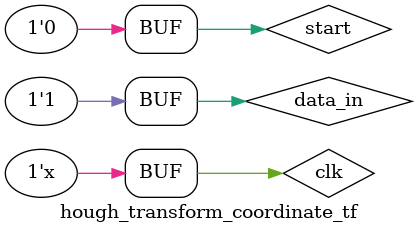
<source format=v>
`timescale 1ns / 1ps


module hough_transform_coordinate_tf;

	// Inputs
	reg clk;
	reg start;
	reg data_in;
	
	// Outputs
	wire done;

	// Instantiate the Unit Under Test (UUT)
	hough_transform_coordinate uut (
		.clk(clk), 
		.start(start), 
		.done(done),
		.data_in(data_in)
	);

	always #5 clk=~clk;

	initial begin
		// Initialize Inputs
		clk = 0;
		start = 0;
		data_in = 1;
		// Wait 100 ns for global reset to finish
		#100;
        
		// Add stimulus here
		start = 1;
		#10;
		start = 0;
	end
      
endmodule


</source>
